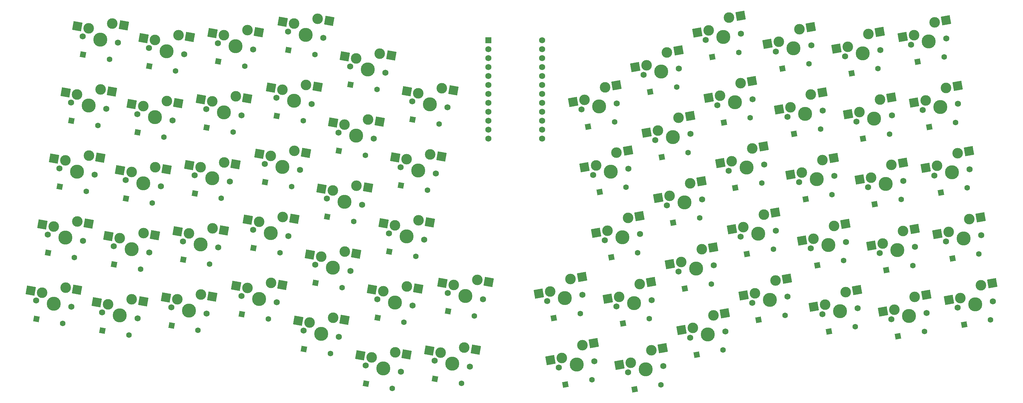
<source format=gbs>
%TF.GenerationSoftware,KiCad,Pcbnew,(6.0.8)*%
%TF.CreationDate,2023-02-18T20:13:43+07:00*%
%TF.ProjectId,test,74657374-2e6b-4696-9361-645f70636258,rev?*%
%TF.SameCoordinates,Original*%
%TF.FileFunction,Soldermask,Bot*%
%TF.FilePolarity,Negative*%
%FSLAX46Y46*%
G04 Gerber Fmt 4.6, Leading zero omitted, Abs format (unit mm)*
G04 Created by KiCad (PCBNEW (6.0.8)) date 2023-02-18 20:13:43*
%MOMM*%
%LPD*%
G01*
G04 APERTURE LIST*
G04 Aperture macros list*
%AMHorizOval*
0 Thick line with rounded ends*
0 $1 width*
0 $2 $3 position (X,Y) of the first rounded end (center of the circle)*
0 $4 $5 position (X,Y) of the second rounded end (center of the circle)*
0 Add line between two ends*
20,1,$1,$2,$3,$4,$5,0*
0 Add two circle primitives to create the rounded ends*
1,1,$1,$2,$3*
1,1,$1,$4,$5*%
%AMRotRect*
0 Rectangle, with rotation*
0 The origin of the aperture is its center*
0 $1 length*
0 $2 width*
0 $3 Rotation angle, in degrees counterclockwise*
0 Add horizontal line*
21,1,$1,$2,0,0,$3*%
G04 Aperture macros list end*
%ADD10RotRect,2.550000X2.500000X10.000000*%
%ADD11C,3.987800*%
%ADD12C,1.750000*%
%ADD13C,3.000000*%
%ADD14RotRect,2.550000X2.500000X350.000000*%
%ADD15HorizOval,1.600000X0.000000X0.000000X0.000000X0.000000X0*%
%ADD16RotRect,1.600000X1.600000X10.000000*%
%ADD17HorizOval,1.600000X0.000000X0.000000X0.000000X0.000000X0*%
%ADD18RotRect,1.600000X1.600000X350.000000*%
%ADD19R,1.752600X1.752600*%
%ADD20C,1.752600*%
G04 APERTURE END LIST*
D10*
%TO.C,SW61*%
X232665817Y-135519515D03*
X220376274Y-140265677D03*
D11*
X227794703Y-141536791D03*
D12*
X222791880Y-142418924D03*
D13*
X229413982Y-136092901D03*
X223601519Y-139696979D03*
D12*
X232797526Y-140654658D03*
%TD*%
D14*
%TO.C,SW2*%
X63323281Y-66937476D03*
X50151604Y-67194138D03*
D12*
X61690724Y-71807980D03*
D11*
X56687901Y-70925847D03*
D13*
X60071445Y-66364090D03*
D12*
X51685078Y-70043714D03*
D13*
X53376850Y-67762836D03*
%TD*%
D15*
%TO.C,D34*%
X207927109Y-118288571D03*
D16*
X200422874Y-119611770D03*
%TD*%
D14*
%TO.C,SW19*%
X148070613Y-136501020D03*
X134898936Y-136757682D03*
D13*
X138124182Y-137326380D03*
X144818777Y-135927634D03*
D11*
X141435233Y-140489391D03*
D12*
X136432410Y-139607258D03*
X146438056Y-141371524D03*
%TD*%
D17*
%TO.C,D53*%
X46040229Y-151589865D03*
D18*
X38535994Y-150266666D03*
%TD*%
D10*
%TO.C,SW51*%
X287624381Y-118091286D03*
X275334838Y-122837448D03*
D12*
X287756090Y-123226429D03*
D13*
X284372546Y-118664672D03*
D12*
X277750444Y-124990695D03*
D11*
X282753267Y-124108562D03*
D13*
X278560083Y-122268750D03*
%TD*%
D15*
%TO.C,D61*%
X232145893Y-145935541D03*
D16*
X224641658Y-147258740D03*
%TD*%
D15*
%TO.C,D10*%
X238898449Y-74526611D03*
D16*
X231394214Y-75849810D03*
%TD*%
D15*
%TO.C,D59*%
X196940316Y-165683948D03*
D16*
X189436081Y-167007147D03*
%TD*%
D10*
%TO.C,SW20*%
X187569327Y-99173765D03*
X175279784Y-103919927D03*
D12*
X177695390Y-106073174D03*
D13*
X178505029Y-103351229D03*
X184317492Y-99747151D03*
D12*
X187701036Y-104308908D03*
D11*
X182698213Y-105191041D03*
%TD*%
D10*
%TO.C,SW47*%
X211755031Y-126633130D03*
X199465488Y-131379292D03*
D13*
X208503196Y-127206516D03*
D12*
X211886740Y-131768273D03*
D13*
X202690733Y-130810594D03*
D12*
X201881094Y-133532539D03*
D11*
X206883917Y-132650406D03*
%TD*%
D14*
%TO.C,SW52*%
X31330702Y-138671828D03*
X18159025Y-138928490D03*
D12*
X29698145Y-143542332D03*
D11*
X24695322Y-142660199D03*
D13*
X21384271Y-139497188D03*
X28078866Y-138098442D03*
D12*
X19692499Y-141778066D03*
%TD*%
D10*
%TO.C,SW24*%
X262280878Y-84065715D03*
X249991335Y-88811877D03*
D12*
X262412587Y-89200858D03*
X252406941Y-90965124D03*
D11*
X257409764Y-90082991D03*
D13*
X259029043Y-84639101D03*
X253216580Y-88243179D03*
%TD*%
D15*
%TO.C,D21*%
X204652191Y-99715589D03*
D16*
X197147956Y-101038788D03*
%TD*%
D10*
%TO.C,SW32*%
X174548115Y-135031382D03*
X162258572Y-139777544D03*
D12*
X174679824Y-140166525D03*
D13*
X171296280Y-135604768D03*
X165483817Y-139208846D03*
D11*
X169677001Y-141048658D03*
D12*
X164674178Y-141930791D03*
%TD*%
D17*
%TO.C,D40*%
X49348227Y-132829278D03*
D18*
X41843992Y-131506079D03*
%TD*%
D15*
%TO.C,D48*%
X228837895Y-127174954D03*
D16*
X221333660Y-128498153D03*
%TD*%
D17*
%TO.C,D2*%
X59272220Y-76547515D03*
D18*
X51767985Y-75224316D03*
%TD*%
D10*
%TO.C,SW49*%
X249276206Y-120017135D03*
X236986663Y-124763297D03*
D13*
X246024371Y-120590521D03*
D12*
X249407915Y-125152278D03*
D11*
X244405092Y-126034411D03*
D12*
X239402269Y-126916544D03*
D13*
X240211908Y-124194599D03*
%TD*%
D10*
%TO.C,SW10*%
X239418373Y-64110584D03*
X227128830Y-68856746D03*
D13*
X230354075Y-68288048D03*
D12*
X229544436Y-71009993D03*
X239550082Y-69245727D03*
D11*
X234547259Y-70127860D03*
D13*
X236166538Y-64683970D03*
%TD*%
D15*
%TO.C,D51*%
X287104457Y-128507313D03*
D16*
X279600222Y-129830512D03*
%TD*%
D17*
%TO.C,D41*%
X68935814Y-131447129D03*
D18*
X61431579Y-130123930D03*
%TD*%
D15*
%TO.C,D37*%
X265035871Y-113054724D03*
D16*
X257531636Y-114377923D03*
%TD*%
D10*
%TO.C,SW11*%
X259005960Y-65492734D03*
X246716417Y-70238896D03*
D11*
X254134846Y-71510010D03*
D13*
X249941662Y-69670198D03*
D12*
X259137669Y-70627877D03*
X249132023Y-72392143D03*
D13*
X255754125Y-66066120D03*
%TD*%
D10*
%TO.C,SW7*%
X184294409Y-80600783D03*
X172004866Y-85346945D03*
D12*
X174420472Y-87500192D03*
D11*
X179423295Y-86618059D03*
D12*
X184426118Y-85735926D03*
D13*
X175230111Y-84778247D03*
X181042574Y-81174169D03*
%TD*%
D15*
%TO.C,D35*%
X225529897Y-108414367D03*
D16*
X218025662Y-109737566D03*
%TD*%
D14*
%TO.C,SW40*%
X53399288Y-123219239D03*
X40227611Y-123475901D03*
D13*
X50147452Y-122645853D03*
D12*
X51766731Y-128089743D03*
D11*
X46763908Y-127207610D03*
D12*
X41761085Y-126325477D03*
D13*
X43452857Y-124044599D03*
%TD*%
D17*
%TO.C,D28*%
X72243812Y-112686541D03*
D18*
X64739577Y-111363342D03*
%TD*%
D10*
%TO.C,SW60*%
X215063029Y-145393718D03*
X202773486Y-150139880D03*
D13*
X205998731Y-149571182D03*
X211811194Y-145967104D03*
D12*
X205189092Y-152293127D03*
X215194738Y-150528861D03*
D11*
X210191915Y-151410994D03*
%TD*%
D10*
%TO.C,SW35*%
X226049822Y-97998340D03*
X213760279Y-102744502D03*
D13*
X222797987Y-98571726D03*
D11*
X221178708Y-104015616D03*
D12*
X226181531Y-103133483D03*
X216175885Y-104897749D03*
D13*
X216985524Y-102175804D03*
%TD*%
D15*
%TO.C,D60*%
X214543104Y-155809745D03*
D16*
X207038869Y-157132944D03*
%TD*%
D17*
%TO.C,D14*%
X55964222Y-95308103D03*
D18*
X48459987Y-93984904D03*
%TD*%
D17*
%TO.C,D52*%
X27279641Y-148281867D03*
D18*
X19775406Y-146958668D03*
%TD*%
D10*
%TO.C,SW12*%
X277766548Y-62184736D03*
X265477005Y-66930898D03*
D11*
X272895434Y-68202012D03*
D12*
X267892611Y-69084145D03*
X277898257Y-67319879D03*
D13*
X268702250Y-66362200D03*
X274514713Y-62758122D03*
%TD*%
D17*
%TO.C,D6*%
X133983771Y-91655565D03*
D18*
X126479536Y-90332366D03*
%TD*%
D14*
%TO.C,SW29*%
X96213259Y-99818294D03*
X83041582Y-100074956D03*
D11*
X89577879Y-103806665D03*
D13*
X92961423Y-99244908D03*
D12*
X84575056Y-102924532D03*
X94580702Y-104688798D03*
D13*
X86266828Y-100643654D03*
%TD*%
D14*
%TO.C,SW14*%
X60015283Y-85698064D03*
X46843606Y-85954726D03*
D12*
X48377080Y-88804302D03*
X58382726Y-90568568D03*
D11*
X53379903Y-89686435D03*
D13*
X56763447Y-85124678D03*
X50068852Y-86523424D03*
%TD*%
D15*
%TO.C,D64*%
X290412454Y-147267901D03*
D16*
X282908219Y-148591100D03*
%TD*%
D17*
%TO.C,D29*%
X92162199Y-109428333D03*
D18*
X84657964Y-108105134D03*
%TD*%
D17*
%TO.C,D57*%
X120751780Y-166697915D03*
D18*
X113247545Y-165374716D03*
%TD*%
D14*
%TO.C,SW13*%
X41254695Y-82390066D03*
X28083018Y-82646728D03*
D11*
X34619315Y-86378437D03*
D12*
X29616492Y-85496304D03*
X39622138Y-87260570D03*
D13*
X31308264Y-83215426D03*
X38002859Y-81816680D03*
%TD*%
D17*
%TO.C,D5*%
X116380983Y-81781362D03*
D18*
X108876748Y-80458163D03*
%TD*%
D17*
%TO.C,D15*%
X75551809Y-93925954D03*
D18*
X68047574Y-92602755D03*
%TD*%
D15*
%TO.C,D9*%
X218980062Y-71268403D03*
D16*
X211475827Y-72591602D03*
%TD*%
D10*
%TO.C,SW23*%
X242693291Y-82683566D03*
X230403748Y-87429728D03*
D11*
X237822177Y-88700842D03*
D12*
X242825000Y-87818709D03*
X232819354Y-89582975D03*
D13*
X233628993Y-86861030D03*
X239441456Y-83256952D03*
%TD*%
D14*
%TO.C,SW6*%
X138034832Y-82045526D03*
X124863155Y-82302188D03*
D12*
X136402275Y-86916030D03*
X126396629Y-85151764D03*
D13*
X134782996Y-81472140D03*
X128088401Y-82870886D03*
D11*
X131399452Y-86033897D03*
%TD*%
D15*
%TO.C,D63*%
X271651867Y-150575899D03*
D16*
X264147632Y-151899098D03*
%TD*%
D17*
%TO.C,D16*%
X95470196Y-90667746D03*
D18*
X87965961Y-89344547D03*
%TD*%
D15*
%TO.C,D22*%
X222254979Y-89841385D03*
D16*
X214750744Y-91164584D03*
%TD*%
D17*
%TO.C,D30*%
X109764987Y-119302537D03*
D18*
X102260752Y-117979338D03*
%TD*%
D14*
%TO.C,SW39*%
X34638700Y-119911241D03*
X21467023Y-120167903D03*
D13*
X24692269Y-120736601D03*
D12*
X33006143Y-124781745D03*
D11*
X28003320Y-123899612D03*
D12*
X23000497Y-123017479D03*
D13*
X31386864Y-119337855D03*
%TD*%
D15*
%TO.C,D32*%
X174028191Y-145447409D03*
D16*
X166523956Y-146770608D03*
%TD*%
D14*
%TO.C,SW53*%
X50091290Y-141979826D03*
X36919613Y-142236488D03*
D13*
X46839454Y-141406440D03*
D12*
X48458733Y-146850330D03*
X38453087Y-145086064D03*
D11*
X43455910Y-145968197D03*
D13*
X40144859Y-142805186D03*
%TD*%
D14*
%TO.C,SW3*%
X82910868Y-65555327D03*
X69739191Y-65811989D03*
D13*
X72964437Y-66380687D03*
D12*
X81278311Y-70425831D03*
X71272665Y-68661565D03*
D11*
X76275488Y-69543698D03*
D13*
X79659032Y-64981941D03*
%TD*%
D15*
%TO.C,D49*%
X248756282Y-130433162D03*
D16*
X241252047Y-131756361D03*
%TD*%
D17*
%TO.C,D55*%
X85546203Y-146949508D03*
D18*
X78041968Y-145626309D03*
%TD*%
D14*
%TO.C,SW1*%
X44562693Y-63629478D03*
X31391016Y-63886140D03*
D12*
X32924490Y-66735716D03*
D13*
X41310857Y-63056092D03*
D12*
X42930136Y-68499982D03*
D13*
X34616262Y-64454838D03*
D11*
X37927313Y-67617849D03*
%TD*%
D10*
%TO.C,SW37*%
X265555796Y-102638697D03*
X253266253Y-107384859D03*
D11*
X260684682Y-108655973D03*
D13*
X262303961Y-103212083D03*
D12*
X265687505Y-107773840D03*
X255681859Y-109538106D03*
D13*
X256491498Y-106816161D03*
%TD*%
D14*
%TO.C,SW17*%
X117124046Y-90931910D03*
X103952369Y-91188572D03*
D12*
X105485843Y-94038148D03*
X115491489Y-95802414D03*
D11*
X110488666Y-94920281D03*
D13*
X107177615Y-91757270D03*
X113872210Y-90358524D03*
%TD*%
D14*
%TO.C,SW27*%
X56707285Y-104458652D03*
X43535608Y-104715314D03*
D11*
X50071905Y-108447023D03*
D13*
X46760854Y-105284012D03*
D12*
X55074728Y-109329156D03*
X45069082Y-107564890D03*
D13*
X53455449Y-103885266D03*
%TD*%
D15*
%TO.C,D47*%
X211235106Y-137049157D03*
D16*
X203730871Y-138372356D03*
%TD*%
D14*
%TO.C,SW30*%
X113816048Y-109692498D03*
X100644371Y-109949160D03*
D12*
X112183491Y-114563002D03*
D13*
X110564212Y-109119112D03*
X103869617Y-110517858D03*
D12*
X102177845Y-112798736D03*
D11*
X107180668Y-113680869D03*
%TD*%
D14*
%TO.C,SW56*%
X107200053Y-147213672D03*
X94028376Y-147470334D03*
D11*
X100564673Y-151202043D03*
D12*
X95561850Y-150319910D03*
X105567496Y-152084176D03*
D13*
X97253622Y-148039032D03*
X103948217Y-146640286D03*
%TD*%
D17*
%TO.C,D45*%
X140339367Y-165315766D03*
D18*
X132835132Y-163992567D03*
%TD*%
D10*
%TO.C,SW58*%
X177872653Y-153885772D03*
X165583110Y-158631934D03*
D13*
X174620818Y-154459158D03*
D11*
X173001539Y-159903048D03*
D12*
X178004362Y-159020915D03*
D13*
X168808355Y-158063236D03*
D12*
X167998716Y-160785181D03*
%TD*%
D10*
%TO.C,SW21*%
X205172116Y-89299562D03*
X192882573Y-94045724D03*
D12*
X205303825Y-94434705D03*
D11*
X200301002Y-95316838D03*
D13*
X201920281Y-89872948D03*
D12*
X195298179Y-96198971D03*
D13*
X196107818Y-93477026D03*
%TD*%
D10*
%TO.C,SW25*%
X281041466Y-80757718D03*
X268751923Y-85503880D03*
D11*
X276170352Y-86774994D03*
D13*
X271977168Y-84935182D03*
D12*
X281173175Y-85892861D03*
D13*
X277789631Y-81331104D03*
D12*
X271167529Y-87657127D03*
%TD*%
D10*
%TO.C,SW59*%
X197460240Y-155267922D03*
X185170697Y-160014084D03*
D12*
X187586303Y-162167331D03*
D11*
X192589126Y-161285198D03*
D13*
X188395942Y-159445386D03*
D12*
X197591949Y-160403065D03*
D13*
X194208405Y-155841308D03*
%TD*%
D17*
%TO.C,D43*%
X106456989Y-138063125D03*
D18*
X98952754Y-136739926D03*
%TD*%
D15*
%TO.C,D23*%
X242173366Y-93099593D03*
D16*
X234669131Y-94422792D03*
%TD*%
D14*
%TO.C,SW54*%
X69678877Y-140597677D03*
X56507200Y-140854339D03*
D11*
X63043497Y-144586048D03*
D12*
X58040674Y-143703915D03*
D13*
X59732446Y-141423037D03*
D12*
X68046320Y-145468181D03*
D13*
X66427041Y-140024291D03*
%TD*%
D14*
%TO.C,SW4*%
X102829255Y-62297119D03*
X89657578Y-62553781D03*
D13*
X92882824Y-63122479D03*
D12*
X91191052Y-65403357D03*
D13*
X99577419Y-61723733D03*
D11*
X96193875Y-66285490D03*
D12*
X101196698Y-67167623D03*
%TD*%
D17*
%TO.C,D18*%
X130675773Y-110416153D03*
D18*
X123171538Y-109092954D03*
%TD*%
D17*
%TO.C,D44*%
X124059778Y-147937328D03*
D18*
X116555543Y-146614129D03*
%TD*%
D17*
%TO.C,D42*%
X88854201Y-128188921D03*
D18*
X81349966Y-126865722D03*
%TD*%
D15*
%TO.C,D33*%
X190324320Y-128162774D03*
D16*
X182820085Y-129485973D03*
%TD*%
D14*
%TO.C,SW41*%
X72986875Y-121837090D03*
X59815198Y-122093752D03*
D12*
X61348672Y-124943328D03*
D13*
X69735039Y-121263704D03*
X63040444Y-122662450D03*
D12*
X71354318Y-126707594D03*
D11*
X66351495Y-125825461D03*
%TD*%
D14*
%TO.C,SW28*%
X76294873Y-103076502D03*
X63123196Y-103333164D03*
D11*
X69659493Y-107064873D03*
D12*
X74662316Y-107947006D03*
X64656670Y-106182740D03*
D13*
X66348442Y-103901862D03*
X73043037Y-102503116D03*
%TD*%
D14*
%TO.C,SW31*%
X131418836Y-119566701D03*
X118247159Y-119823363D03*
D12*
X129786279Y-124437205D03*
D11*
X124783456Y-123555072D03*
D12*
X119780633Y-122672939D03*
D13*
X121472405Y-120392061D03*
X128167000Y-118993315D03*
%TD*%
D15*
%TO.C,D11*%
X258486036Y-75908760D03*
D16*
X250981801Y-77231959D03*
%TD*%
D15*
%TO.C,D24*%
X261760953Y-94481742D03*
D16*
X254256718Y-95804941D03*
%TD*%
D15*
%TO.C,D12*%
X277246623Y-72600763D03*
D16*
X269742388Y-73923962D03*
%TD*%
D15*
%TO.C,D62*%
X252064280Y-149193749D03*
D16*
X244560045Y-150516948D03*
%TD*%
D17*
%TO.C,D3*%
X78859807Y-75165366D03*
D18*
X71355572Y-73842167D03*
%TD*%
D17*
%TO.C,D39*%
X30587639Y-129521280D03*
D18*
X23083404Y-128198081D03*
%TD*%
D15*
%TO.C,D46*%
X193632318Y-146923361D03*
D16*
X186128083Y-148246560D03*
%TD*%
D14*
%TO.C,SW5*%
X120432044Y-72171323D03*
X107260367Y-72427985D03*
D13*
X117180208Y-71597937D03*
D12*
X118799487Y-77041827D03*
D11*
X113796664Y-76159694D03*
D12*
X108793841Y-75277561D03*
D13*
X110485613Y-72996683D03*
%TD*%
D10*
%TO.C,SW34*%
X208447033Y-107872544D03*
X196157490Y-112618706D03*
D12*
X208578742Y-113007687D03*
D13*
X199382735Y-112050008D03*
D12*
X198573096Y-114771953D03*
D11*
X203575919Y-113889820D03*
D13*
X205195198Y-108445930D03*
%TD*%
D15*
%TO.C,D58*%
X177352729Y-164301799D03*
D16*
X169848494Y-165624998D03*
%TD*%
D10*
%TO.C,SW9*%
X219499986Y-60852377D03*
X207210443Y-65598539D03*
D12*
X209626049Y-67751786D03*
X219631695Y-65987520D03*
D13*
X210435688Y-65029841D03*
D11*
X214628872Y-66869653D03*
D13*
X216248151Y-61425763D03*
%TD*%
D15*
%TO.C,D25*%
X280521541Y-91173745D03*
D16*
X273017306Y-92496944D03*
%TD*%
D17*
%TO.C,D26*%
X33895637Y-110760693D03*
D18*
X26391402Y-109437494D03*
%TD*%
D10*
%TO.C,SW62*%
X252584204Y-138777722D03*
X240294661Y-143523884D03*
D13*
X249332369Y-139351108D03*
D12*
X252715913Y-143912865D03*
D13*
X243519906Y-142955186D03*
D12*
X242710267Y-145677131D03*
D11*
X247713090Y-144794998D03*
%TD*%
D14*
%TO.C,SW44*%
X128110839Y-138327289D03*
X114939162Y-138583951D03*
D12*
X126478282Y-143197793D03*
X116472636Y-141433527D03*
D13*
X118164408Y-139152649D03*
X124859003Y-137753903D03*
D11*
X121475459Y-142315660D03*
%TD*%
D15*
%TO.C,D50*%
X268343869Y-131815311D03*
D16*
X260839634Y-133138510D03*
%TD*%
D17*
%TO.C,D13*%
X37203635Y-92000105D03*
D18*
X29699400Y-90676906D03*
%TD*%
D10*
%TO.C,SW22*%
X222774904Y-79425358D03*
X210485361Y-84171520D03*
D13*
X219523069Y-79998744D03*
D12*
X222906613Y-84560501D03*
D11*
X217903790Y-85442634D03*
D13*
X213710606Y-83602822D03*
D12*
X212900967Y-86324767D03*
%TD*%
D10*
%TO.C,SW38*%
X284316384Y-99330699D03*
X272026841Y-104076861D03*
D13*
X281064549Y-99904085D03*
D11*
X279445270Y-105347975D03*
D12*
X274442447Y-106230108D03*
D13*
X275252086Y-103508163D03*
D12*
X284448093Y-104465842D03*
%TD*%
D14*
%TO.C,SW57*%
X124802841Y-157087876D03*
X111631164Y-157344538D03*
D12*
X123170284Y-161958380D03*
D13*
X114856410Y-157913236D03*
D11*
X118167461Y-161076247D03*
D12*
X113164638Y-160194114D03*
D13*
X121551005Y-156514490D03*
%TD*%
D19*
%TO.C,U1*%
X147955000Y-67786250D03*
D20*
X147955000Y-70326250D03*
X147955000Y-72866250D03*
X147955000Y-75406250D03*
X147955000Y-77946250D03*
X147955000Y-80486250D03*
X147955000Y-83026250D03*
X147955000Y-85566250D03*
X147955000Y-88106250D03*
X147955000Y-90646250D03*
X147955000Y-93186250D03*
X147955000Y-95726250D03*
X163195000Y-95726250D03*
X163195000Y-93186250D03*
X163195000Y-90646250D03*
X163195000Y-88106250D03*
X163195000Y-85566250D03*
X163195000Y-83026250D03*
X163195000Y-80486250D03*
X163195000Y-77946250D03*
X163195000Y-75406250D03*
X163195000Y-72866250D03*
X163195000Y-70326250D03*
X163195000Y-67786250D03*
%TD*%
D15*
%TO.C,D8*%
X201377273Y-81142607D03*
D16*
X193873038Y-82465806D03*
%TD*%
D15*
%TO.C,D20*%
X187049402Y-109589792D03*
D16*
X179545167Y-110912991D03*
%TD*%
D10*
%TO.C,SW64*%
X290932379Y-136851874D03*
X278642836Y-141598036D03*
D12*
X291064088Y-141987017D03*
X281058442Y-143751283D03*
D13*
X287680544Y-137425260D03*
D11*
X286061265Y-142869150D03*
D13*
X281868081Y-141029338D03*
%TD*%
D15*
%TO.C,D38*%
X283796459Y-109746726D03*
D16*
X276292224Y-111069925D03*
%TD*%
D17*
%TO.C,D31*%
X127367776Y-129176740D03*
D18*
X119863541Y-127853541D03*
%TD*%
D10*
%TO.C,SW63*%
X272171791Y-140159872D03*
X259882248Y-144906034D03*
D12*
X272303500Y-145295015D03*
D13*
X268919956Y-140733258D03*
D11*
X267300677Y-146177148D03*
D13*
X263107493Y-144337336D03*
D12*
X262297854Y-147059281D03*
%TD*%
D17*
%TO.C,D27*%
X52656225Y-114068691D03*
D18*
X45151990Y-112745492D03*
%TD*%
D10*
%TO.C,SW36*%
X245968209Y-101256548D03*
X233678666Y-106002710D03*
D11*
X241097095Y-107273824D03*
D13*
X236903911Y-105434012D03*
D12*
X236094272Y-108155957D03*
X246099918Y-106391691D03*
D13*
X242716374Y-101829934D03*
%TD*%
D10*
%TO.C,SW8*%
X201897198Y-70726580D03*
X189607655Y-75472742D03*
D11*
X197026084Y-76743856D03*
D12*
X192023261Y-77625989D03*
X202028907Y-75861723D03*
D13*
X198645363Y-71299966D03*
X192832900Y-74904044D03*
%TD*%
D14*
%TO.C,SW45*%
X144390428Y-155705727D03*
X131218751Y-155962389D03*
D13*
X134443997Y-156531087D03*
D12*
X132752225Y-158811965D03*
D11*
X137755048Y-159694098D03*
D12*
X142757871Y-160576231D03*
D13*
X141138592Y-155132341D03*
%TD*%
D10*
%TO.C,SW46*%
X194152243Y-136507334D03*
X181862700Y-141253496D03*
D13*
X185087945Y-140684798D03*
X190900408Y-137080720D03*
D12*
X184278306Y-143406743D03*
D11*
X189281129Y-142524610D03*
D12*
X194283952Y-141642477D03*
%TD*%
D17*
%TO.C,D56*%
X103148992Y-156823711D03*
D18*
X95644757Y-155500512D03*
%TD*%
D10*
%TO.C,SW50*%
X268863794Y-121399284D03*
X256574251Y-126145446D03*
D11*
X263992680Y-127416560D03*
D13*
X265611959Y-121972670D03*
D12*
X268995503Y-126534427D03*
X258989857Y-128298693D03*
D13*
X259799496Y-125576748D03*
%TD*%
D10*
%TO.C,SW33*%
X190844245Y-117746747D03*
X178554702Y-122492909D03*
D12*
X190975954Y-122881890D03*
D13*
X187592410Y-118320133D03*
D11*
X185973131Y-123764023D03*
D12*
X180970308Y-124646156D03*
D13*
X181779947Y-121924211D03*
%TD*%
D14*
%TO.C,SW55*%
X89597264Y-137339469D03*
X76425587Y-137596131D03*
D13*
X79650833Y-138164829D03*
X86345428Y-136766083D03*
D11*
X82961884Y-141327840D03*
D12*
X87964707Y-142209973D03*
X77959061Y-140445707D03*
%TD*%
D14*
%TO.C,SW43*%
X110508050Y-128453086D03*
X97336373Y-128709748D03*
D12*
X108875493Y-133323590D03*
X98869847Y-131559324D03*
D13*
X107256214Y-127879700D03*
D11*
X103872670Y-132441457D03*
D13*
X100561619Y-129278446D03*
%TD*%
D17*
%TO.C,D54*%
X65627816Y-150207716D03*
D18*
X58123581Y-148884517D03*
%TD*%
D15*
%TO.C,D36*%
X245448284Y-111672575D03*
D16*
X237944049Y-112995774D03*
%TD*%
D14*
%TO.C,SW16*%
X99521257Y-81057707D03*
X86349580Y-81314369D03*
D13*
X96269421Y-80484321D03*
D11*
X92885877Y-85046078D03*
D12*
X87883054Y-84163945D03*
X97888700Y-85928211D03*
D13*
X89574826Y-81883067D03*
%TD*%
D17*
%TO.C,D1*%
X40511632Y-73239517D03*
D18*
X33007397Y-71916318D03*
%TD*%
D14*
%TO.C,SW26*%
X37946698Y-101150654D03*
X24775021Y-101407316D03*
D11*
X31311318Y-105139025D03*
D13*
X28000267Y-101976014D03*
D12*
X36314141Y-106021158D03*
D13*
X34694862Y-100577268D03*
D12*
X26308495Y-104256892D03*
%TD*%
D14*
%TO.C,SW18*%
X134726834Y-100806114D03*
X121555157Y-101062776D03*
D11*
X128091454Y-104794485D03*
D13*
X131474998Y-100232728D03*
D12*
X133094277Y-105676618D03*
D13*
X124780403Y-101631474D03*
D12*
X123088631Y-103912352D03*
%TD*%
D14*
%TO.C,SW15*%
X79602870Y-84315915D03*
X66431193Y-84572577D03*
D12*
X67964667Y-87422153D03*
X77970313Y-89186419D03*
D13*
X69656439Y-85141275D03*
X76351034Y-83742529D03*
D11*
X72967490Y-88304286D03*
%TD*%
D17*
%TO.C,D4*%
X98778194Y-71907158D03*
D18*
X91273959Y-70583959D03*
%TD*%
D17*
%TO.C,D19*%
X144019552Y-146111059D03*
D18*
X136515317Y-144787860D03*
%TD*%
D14*
%TO.C,SW42*%
X92905262Y-118578882D03*
X79733585Y-118835544D03*
D12*
X91272705Y-123449386D03*
D13*
X82958831Y-119404242D03*
D12*
X81267059Y-121685120D03*
D11*
X86269882Y-122567253D03*
D13*
X89653426Y-118005496D03*
%TD*%
D15*
%TO.C,D7*%
X183774485Y-91016810D03*
D16*
X176270250Y-92340009D03*
%TD*%
D10*
%TO.C,SW48*%
X229357819Y-116758927D03*
X217068276Y-121505089D03*
D13*
X220293521Y-120936391D03*
D12*
X229489528Y-121894070D03*
D11*
X224486705Y-122776203D03*
D13*
X226105984Y-117332313D03*
D12*
X219483882Y-123658336D03*
%TD*%
D17*
%TO.C,D17*%
X113072985Y-100541949D03*
D18*
X105568750Y-99218750D03*
%TD*%
M02*

</source>
